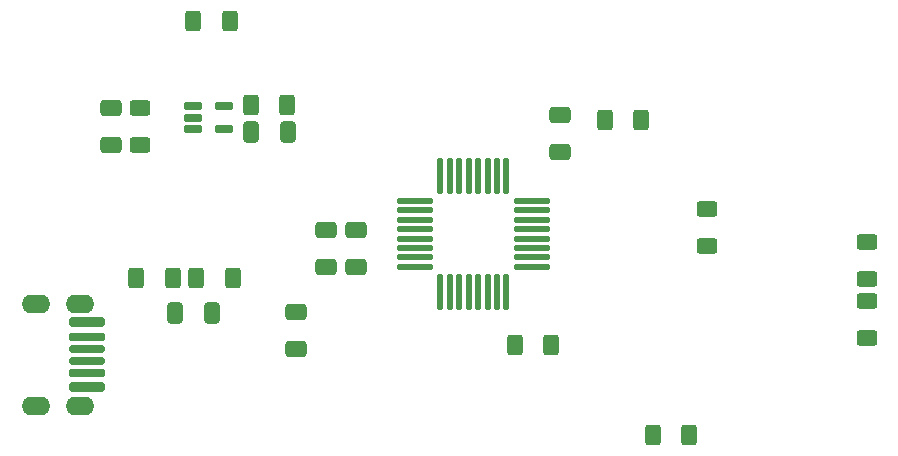
<source format=gbr>
%TF.GenerationSoftware,KiCad,Pcbnew,8.0.4*%
%TF.CreationDate,2024-08-25T14:26:38+02:00*%
%TF.ProjectId,cooking_thermometer,636f6f6b-696e-4675-9f74-6865726d6f6d,rev?*%
%TF.SameCoordinates,Original*%
%TF.FileFunction,Paste,Top*%
%TF.FilePolarity,Positive*%
%FSLAX46Y46*%
G04 Gerber Fmt 4.6, Leading zero omitted, Abs format (unit mm)*
G04 Created by KiCad (PCBNEW 8.0.4) date 2024-08-25 14:26:38*
%MOMM*%
%LPD*%
G01*
G04 APERTURE LIST*
G04 Aperture macros list*
%AMRoundRect*
0 Rectangle with rounded corners*
0 $1 Rounding radius*
0 $2 $3 $4 $5 $6 $7 $8 $9 X,Y pos of 4 corners*
0 Add a 4 corners polygon primitive as box body*
4,1,4,$2,$3,$4,$5,$6,$7,$8,$9,$2,$3,0*
0 Add four circle primitives for the rounded corners*
1,1,$1+$1,$2,$3*
1,1,$1+$1,$4,$5*
1,1,$1+$1,$6,$7*
1,1,$1+$1,$8,$9*
0 Add four rect primitives between the rounded corners*
20,1,$1+$1,$2,$3,$4,$5,0*
20,1,$1+$1,$4,$5,$6,$7,0*
20,1,$1+$1,$6,$7,$8,$9,0*
20,1,$1+$1,$8,$9,$2,$3,0*%
G04 Aperture macros list end*
%ADD10RoundRect,0.250000X-0.400000X-0.625000X0.400000X-0.625000X0.400000X0.625000X-0.400000X0.625000X0*%
%ADD11RoundRect,0.125000X-1.375000X-0.125000X1.375000X-0.125000X1.375000X0.125000X-1.375000X0.125000X0*%
%ADD12RoundRect,0.125000X-0.125000X-1.375000X0.125000X-1.375000X0.125000X1.375000X-0.125000X1.375000X0*%
%ADD13RoundRect,0.250000X0.650000X-0.412500X0.650000X0.412500X-0.650000X0.412500X-0.650000X-0.412500X0*%
%ADD14RoundRect,0.250000X-0.625000X0.400000X-0.625000X-0.400000X0.625000X-0.400000X0.625000X0.400000X0*%
%ADD15RoundRect,0.162500X-0.617500X-0.162500X0.617500X-0.162500X0.617500X0.162500X-0.617500X0.162500X0*%
%ADD16RoundRect,0.175000X-1.325000X0.175000X-1.325000X-0.175000X1.325000X-0.175000X1.325000X0.175000X0*%
%ADD17RoundRect,0.190000X1.310000X-0.190000X1.310000X0.190000X-1.310000X0.190000X-1.310000X-0.190000X0*%
%ADD18RoundRect,0.200000X1.300000X-0.200000X1.300000X0.200000X-1.300000X0.200000X-1.300000X-0.200000X0*%
%ADD19RoundRect,0.175000X1.325000X-0.175000X1.325000X0.175000X-1.325000X0.175000X-1.325000X-0.175000X0*%
%ADD20RoundRect,0.190000X-1.310000X0.190000X-1.310000X-0.190000X1.310000X-0.190000X1.310000X0.190000X0*%
%ADD21RoundRect,0.200000X-1.300000X0.200000X-1.300000X-0.200000X1.300000X-0.200000X1.300000X0.200000X0*%
%ADD22O,2.400000X1.600000*%
%ADD23RoundRect,0.250000X-0.650000X0.412500X-0.650000X-0.412500X0.650000X-0.412500X0.650000X0.412500X0*%
%ADD24RoundRect,0.250000X-0.412500X-0.650000X0.412500X-0.650000X0.412500X0.650000X-0.412500X0.650000X0*%
%ADD25RoundRect,0.250000X0.625000X-0.400000X0.625000X0.400000X-0.625000X0.400000X-0.625000X-0.400000X0*%
%ADD26RoundRect,0.250000X0.400000X0.625000X-0.400000X0.625000X-0.400000X-0.625000X0.400000X-0.625000X0*%
G04 APERTURE END LIST*
D10*
%TO.C,R3*%
X202132000Y-113030000D03*
X205232000Y-113030000D03*
%TD*%
%TO.C,R8*%
X158400000Y-99750000D03*
X161500000Y-99750000D03*
%TD*%
D11*
%TO.C,U1*%
X182019000Y-93212000D03*
X182019000Y-94012000D03*
X182019000Y-94812000D03*
X182019000Y-95612000D03*
X182019000Y-96412000D03*
X182019000Y-97212000D03*
X182019000Y-98012000D03*
X182019000Y-98812000D03*
D12*
X184144000Y-100937000D03*
X184944000Y-100937000D03*
X185744000Y-100937000D03*
X186544000Y-100937000D03*
X187344000Y-100937000D03*
X188144000Y-100937000D03*
X188944000Y-100937000D03*
X189744000Y-100937000D03*
D11*
X191869000Y-98812000D03*
X191869000Y-98012000D03*
X191869000Y-97212000D03*
X191869000Y-96412000D03*
X191869000Y-95612000D03*
X191869000Y-94812000D03*
X191869000Y-94012000D03*
X191869000Y-93212000D03*
D12*
X189744000Y-91087000D03*
X188944000Y-91087000D03*
X188144000Y-91087000D03*
X187344000Y-91087000D03*
X186544000Y-91087000D03*
X185744000Y-91087000D03*
X184944000Y-91087000D03*
X184144000Y-91087000D03*
%TD*%
D13*
%TO.C,C10*%
X156250000Y-88500000D03*
X156250000Y-85375000D03*
%TD*%
D14*
%TO.C,R5*%
X206750000Y-93950000D03*
X206750000Y-97050000D03*
%TD*%
D10*
%TO.C,R9*%
X163450000Y-99750000D03*
X166550000Y-99750000D03*
%TD*%
D13*
%TO.C,C8*%
X194250000Y-89062500D03*
X194250000Y-85937500D03*
%TD*%
D15*
%TO.C,U3*%
X163167000Y-85222000D03*
X163167000Y-86172000D03*
X163167000Y-87122000D03*
X165867000Y-87122000D03*
X165867000Y-85222000D03*
%TD*%
D16*
%TO.C,J9*%
X154252500Y-105750000D03*
D17*
X154252500Y-107770000D03*
D18*
X154252500Y-109000000D03*
D19*
X154252500Y-106750000D03*
D20*
X154252500Y-104730000D03*
D21*
X154252500Y-103500000D03*
D22*
X153672500Y-101930000D03*
X149872500Y-101930000D03*
X153672500Y-110570000D03*
X149872500Y-110570000D03*
%TD*%
D23*
%TO.C,C4*%
X177000000Y-95719500D03*
X177000000Y-98844500D03*
%TD*%
D10*
%TO.C,R7*%
X190448000Y-105410000D03*
X193548000Y-105410000D03*
%TD*%
%TO.C,R11*%
X198068000Y-86360000D03*
X201168000Y-86360000D03*
%TD*%
D24*
%TO.C,C2*%
X161687500Y-102750000D03*
X164812500Y-102750000D03*
%TD*%
D23*
%TO.C,C3*%
X174500000Y-95719500D03*
X174500000Y-98844500D03*
%TD*%
D25*
%TO.C,R6*%
X158750000Y-88500000D03*
X158750000Y-85400000D03*
%TD*%
%TO.C,R1*%
X220250000Y-99800000D03*
X220250000Y-96700000D03*
%TD*%
D13*
%TO.C,C1*%
X171958000Y-105750000D03*
X171958000Y-102625000D03*
%TD*%
D26*
%TO.C,R4*%
X171201000Y-85090000D03*
X168101000Y-85090000D03*
%TD*%
D24*
%TO.C,C9*%
X168109500Y-87376000D03*
X171234500Y-87376000D03*
%TD*%
D10*
%TO.C,R10*%
X163200000Y-78000000D03*
X166300000Y-78000000D03*
%TD*%
D25*
%TO.C,R2*%
X220250000Y-104800000D03*
X220250000Y-101700000D03*
%TD*%
M02*

</source>
